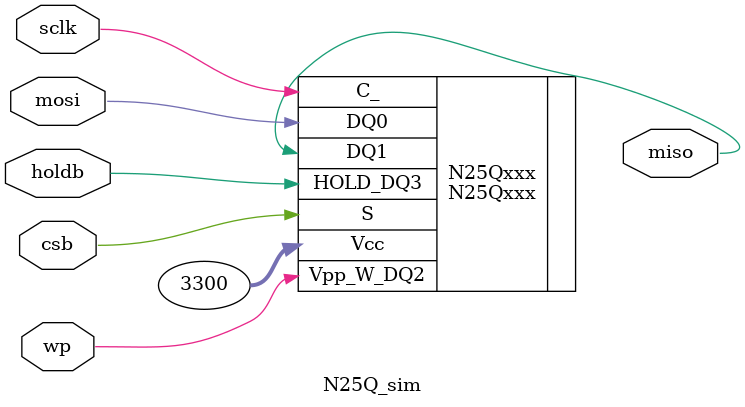
<source format=v>
module N25Q_sim
  (
   input  sclk,
   inout  mosi,
   input  csb,
   output miso,
   input  wp,
   input  holdb
   );

`ifdef verilator
   reg [2:0] rpos;
   reg [3:0] rstate, next_rstate;
   parameter STATE_RX_CMD = 0, STATE_SEND=1, STATE_RCV=2, STATE_RCV_NV_CONFIG=3, STATE_WRITE=4, STATE_READ=5, STATE_RCV_WRITE=6, STATE_SUBSECTOR_ERASE=7;
   reg [7:0] srin;
   wire [7:0] next_srin = { srin[6:0], mosi };
   reg 	      write_enable;
   reg [4:0]  status_dont_care;
   reg 	      write_enable_latch;
   reg 	      write_in_progress;
   
   wire [7:0] status = { write_enable, status_dont_care, write_enable_latch, write_in_progress };

   reg resetb = 0;
   always @(negedge sclk) begin
      resetb <= 1;
   end


   reg [7:0] sro_buf[0:1<<25];
   reg [7:0] sri_buf[0:256];
   reg [7:0] mem_data[0:1<<25];
   reg [8:0] rcv_count;
   reg [3:0] offset;

   wire [7:0] sri_buf0 = sri_buf[0];
   wire [7:0] sri_buf1 = sri_buf[1];
   wire [7:0] sri_buf2 = sri_buf[2];
   wire [7:0] sri_buf3 = sri_buf[3];
   wire [31:0] addr = {sri_buf[3], sri_buf[2], sri_buf[1], next_srin };
   wire [31:0] waddr;

   wire [7:0] mem_data0 = mem_data[0];
   wire [7:0] mem_data1 = mem_data[1];
   wire [7:0] mem_data2 = mem_data[2];
   wire [7:0] mem_data3 = mem_data[3];
   wire [7:0] mem_data4 = mem_data[4];
   wire [7:0] mem_data5 = mem_data[5];
   wire [7:0] mem_data6 = mem_data[6];
   wire [7:0] mem_data7 = mem_data[7];
   wire [7:0] mem_data8 = mem_data[8];
   wire [7:0] mem_data9 = mem_data[9];
   
//    _WRITE_STATUS      = 0x01
//    _READ_LOCK         = 0xE8
//    _WRITE_LOCK        = 0xE5
//    _READ_FLAG_STATUS  = (0x70, 1)
//    _CLEAR_FLAG_STATUS = 0x50
//    _READ              = 0x03
//    _WRITE             = 0x02
   reg 	     four_byte_addr_mode;
   reg 	     bulk_erase_in_progress, event_bulk_erase;
   reg [9:0] bulk_erase_counter;
   integer   j;
   reg [15:0] nv_config;
   
   always @(posedge sclk or posedge csb or negedge resetb) begin
      if(!resetb) begin
	 rpos   <= 0;
	 rstate <= STATE_RX_CMD;
	 srin   <= 0;
	 write_enable <= 1;
	 write_enable_latch <= 0;
	 status_dont_care <= 0;
	 write_in_progress <= 0;
	 offset <= 0;
	 event_bulk_erase <= 0;
	 bulk_erase_in_progress <= 0;
	 bulk_erase_counter <= 0;
	 four_byte_addr_mode <= 0;
	 next_rstate <= 0;
	 nv_config <= 16'hFFFF;
	 rcv_count <= 0;
	 waddr <= 0;
      end else if(csb) begin
	 rpos   <= 0;
	 rstate <= STATE_RX_CMD;
	 srin   <= 0;
	 offset <= 0;
	 next_rstate <= 0;
      end else begin
	 srin <= next_srin;
	 rpos <= rpos + 1;
	 write_in_progress <= bulk_erase_in_progress;
	 if(bulk_erase_counter == 1) begin
	    write_enable_latch <= 0;
	 end
	 
	 if(rstate == STATE_RX_CMD) begin
	    if(rpos == 7) begin
	       $display("N25Q FLASH MEM: RX CMD 0x%02h", next_srin);
	       case(next_srin)
		 8'h02: begin
		    $display("  WRITE_PAGE CMD RECEIVED.");
		    next_rstate <= STATE_WRITE;
		    rcv_count <= (four_byte_addr_mode) ? 4 : 3;
		    rstate <= STATE_RCV;
		 end

		 8'h03: begin
		    $display("  READ CMD RECEIVED.");
		    next_rstate <= STATE_READ;
		    rcv_count <= (four_byte_addr_mode) ? 4 : 3;
		    rstate <= STATE_RCV;
		 end

		 8'h04: begin
		    $display("  WRITE_DISABLE CMD RECEIVED.");
		    write_enable_latch <= 0;
		    rstate <= STATE_SEND;
		 end

		 8'h05: begin
		    $display("  READ STATUS CMD RECEIVED. Status = 0x%02x", status);
		    sro_buf[0] <= status;
		    offset <= 1;
		    rstate <= STATE_SEND;
		 end

		 8'h06: begin
		    $display("  WRITE_ENABLE CMD RECEIVED.");
		    write_enable_latch <= 1;
		    rstate <= STATE_SEND;
		 end

		 8'h20: begin
		    $display("  SUBSECTOR ERASE CMD RECEIVED.");
		    rstate <= STATE_RCV;
		    rcv_count <= (four_byte_addr_mode) ? 4 : 3;
		    next_rstate <= STATE_SUBSECTOR_ERASE;
		 end
		 
		 8'hB1: begin
		    $display("  WRITE_NV_CONFIG CMD RECEIVED.");
		    rstate <= STATE_RCV;
		    rcv_count <= 2;
		    next_rstate <= STATE_RCV_NV_CONFIG;
		 end

		 8'hB5: begin
		    $display("  READ_NV_CONFIG CMD RECEIVED. nv_config=0x%x", nv_config);
		    offset <= 1;
		    sro_buf[0] <= nv_config[7:0];
		    sro_buf[1] <= nv_config[15:8];
		    rstate <= STATE_SEND;
		 end

		 8'hB7: begin
		    $display("  ENTER 4 BYTE ADDRESS MODE CMD RECEIVED");
		    four_byte_addr_mode <= 1;
		    rstate <= STATE_SEND;
		 end

		 8'hC7: begin
		    $display("  BULK ERASE CMD RECEIVED.");
		    if(write_enable_latch == 1 && wp) begin
		       event_bulk_erase <= 1;
		    end else begin
		       $display("  CAN'T BULK ERASE. WRITE NOT ENABLED");
		    end
		    rstate <= STATE_SEND;
		 end

		 8'h9e: begin
		    $display("  READ ID CMD RECEIVED.");
		    offset <= 1;
		    sro_buf[0] <= 8'h20;
		    sro_buf[1] <= 8'hBA;
 		    sro_buf[2] <= 8'h19;
		    sro_buf[3] <= 8'h00;
 		    sro_buf[4] <= 8'h00;
		    sro_buf[5] <= 8'h00;
 		    sro_buf[6] <= 8'h00;
		    sro_buf[7] <= 8'h00;
 		    sro_buf[8] <= 8'h00;
		    sro_buf[9] <= 8'h00;
		    sro_buf[10]<= 8'h00;
		    sro_buf[11]<= 8'h00;
 		    sro_buf[12]<= 8'h00;
		    sro_buf[13]<= 8'h00;
 		    sro_buf[14]<= 8'h00;
		    sro_buf[15]<= 8'h00;
 		    sro_buf[16]<= 8'h00;
		    sro_buf[17]<= 8'h00;
 		    sro_buf[18]<= 8'h00;
		    sro_buf[19]<= 8'h00;
		    rstate <= STATE_SEND;
		 end
		 
		 default: begin
		    $display("  UNKNOWN CMD RECEIVED. Returning garbage.");
		    rstate <= STATE_SEND;
		 end
	       endcase
	    end else begin
	       event_bulk_erase <= 0;
	    end

	 end else if(rstate == STATE_RCV) begin // if (rstate == STATE_RX_CMD)
	    if(rpos == 7) begin
	       sri_buf[rcv_count-1] <= next_srin;
	       rcv_count <= rcv_count - 1;
	       if(rcv_count == 1) begin
		  offset <= (four_byte_addr_mode) ? 5 : 4;
		  rstate <= STATE_SEND;
		  if(next_rstate == STATE_RCV_NV_CONFIG) begin
		     nv_config <= { next_srin, sri_buf[1] };
		  end else if(next_rstate == STATE_READ) begin
		     for(j=addr; j<1<<25; j=j+1) begin
			sro_buf[j-addr] = mem_data[j];
		     end
		  end else if(next_rstate == STATE_WRITE) begin
		     waddr <= addr;
		     rstate <= STATE_RCV_WRITE;
		  end else if(next_rstate == STATE_SUBSECTOR_ERASE) begin
		     for(j=0; j<4096; j=j+1) begin
			mem_data[(addr & 32'hFFFFF000) + j] = 8'hff;
		     end
		  end
	       end
	    end
	 end else if(rstate == STATE_RCV_WRITE) begin
	    if(rpos == 7) begin
	       waddr[7:0] <= waddr[7:0] + 1;
	       mem_data[waddr] <= next_srin;
	    end
	 end
	 
	 if(event_bulk_erase) begin
	    bulk_erase_counter <= 10'h3FF;
	    bulk_erase_in_progress <= 1;
	 end else if(bulk_erase_counter > 0) begin
	    bulk_erase_counter <= bulk_erase_counter - 1;
	    if(bulk_erase_counter == 1) begin
	       for(j=0; j<1<<25; j=j+1) begin
		  mem_data[j] = 8'hff;
	       end
	    end 
	 end else begin
	    bulk_erase_in_progress <= 0;
	 end
      end // else: !if(csb)
      
	 
   end


   reg [2:0] spos;
   reg [24:0] saddr;
   /* verilator lint_off WIDTH */
   wire [7:0] sro = sro_buf[saddr-offset];
   /* verilator lint_on WIDTH */
   assign miso = sro[7-spos];
   
   
   always @(negedge sclk or posedge csb or negedge resetb) begin
      if(!resetb) begin
	 spos <= 0;
	 saddr <= 0;
      end else if(csb) begin
	 spos <= 0;
	 saddr <= 0;
      end else begin
	 spos <= spos + 1;
	 if(spos == 7) begin
	    saddr <= saddr + 1;
	 end
      end
   end

`else // !`ifdef verilator
   `include "include/DevParam.h"
   N25Qxxx N25Qxxx
     (
      .S(csb),
      .C_(sclk),
      .HOLD_DQ3(holdb),
      .DQ0(mosi),
      .DQ1(miso),
      .Vcc(3300),
      .Vpp_W_DQ2(wp)
      );
`endif   
endmodule

</source>
